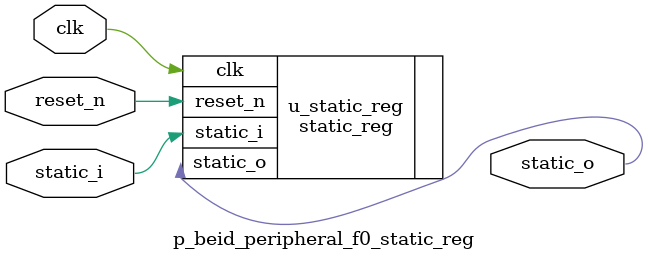
<source format=v>

module p_beid_peripheral_f0_static_reg (clk, reset_n, static_i, static_o);

  parameter WIDTH=1;

  input                          clk;
  input                          reset_n;
  input  [WIDTH-1:0]             static_i;
  output [WIDTH-1:0]             static_o;

  wire                           clk;
  wire                           reset_n;
  wire   [WIDTH-1:0]             static_i;
  wire   [WIDTH-1:0]             static_o;

  static_reg #(WIDTH) u_static_reg(
    .clk                        (clk),
    .reset_n                    (reset_n),
    .static_i                   (static_i),
    .static_o                   (static_o)
  );

endmodule

</source>
